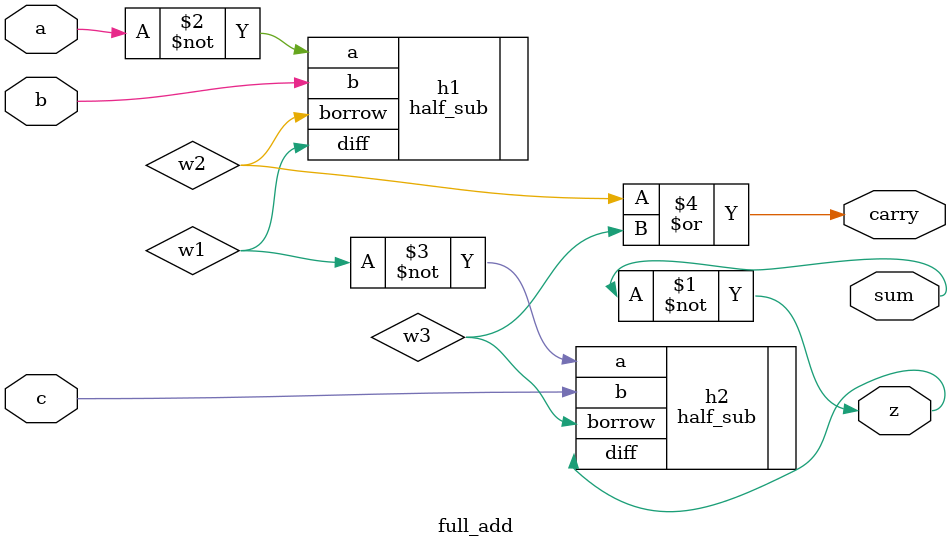
<source format=v>
module full_add(input a,b,c, output sum,z, output carry);

wire w1,w2,w3;
assign z= ~sum;
half_sub h1( .a(~a), .b(b), .diff(w1), .borrow(w2));
half_sub h2(.a(~w1), .b(c), .diff(z), .borrow(w3));
or o1(carry,w2,w3);

endmodule
</source>
